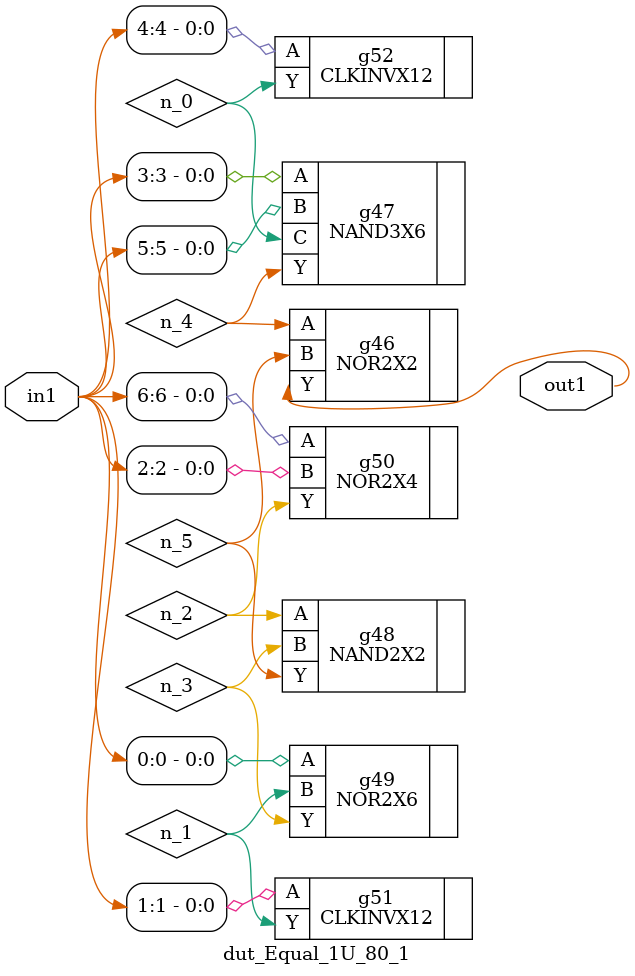
<source format=v>
`timescale 1ps / 1ps


module dut_Equal_1U_80_1(in1, out1);
  input [6:0] in1;
  output out1;
  wire [6:0] in1;
  wire out1;
  wire n_0, n_1, n_2, n_3, n_4, n_5;
  NOR2X2 g46(.A (n_4), .B (n_5), .Y (out1));
  NAND2X2 g48(.A (n_2), .B (n_3), .Y (n_5));
  NAND3X6 g47(.A (in1[3]), .B (in1[5]), .C (n_0), .Y (n_4));
  NOR2X6 g49(.A (in1[0]), .B (n_1), .Y (n_3));
  NOR2X4 g50(.A (in1[6]), .B (in1[2]), .Y (n_2));
  CLKINVX12 g51(.A (in1[1]), .Y (n_1));
  CLKINVX12 g52(.A (in1[4]), .Y (n_0));
endmodule



</source>
